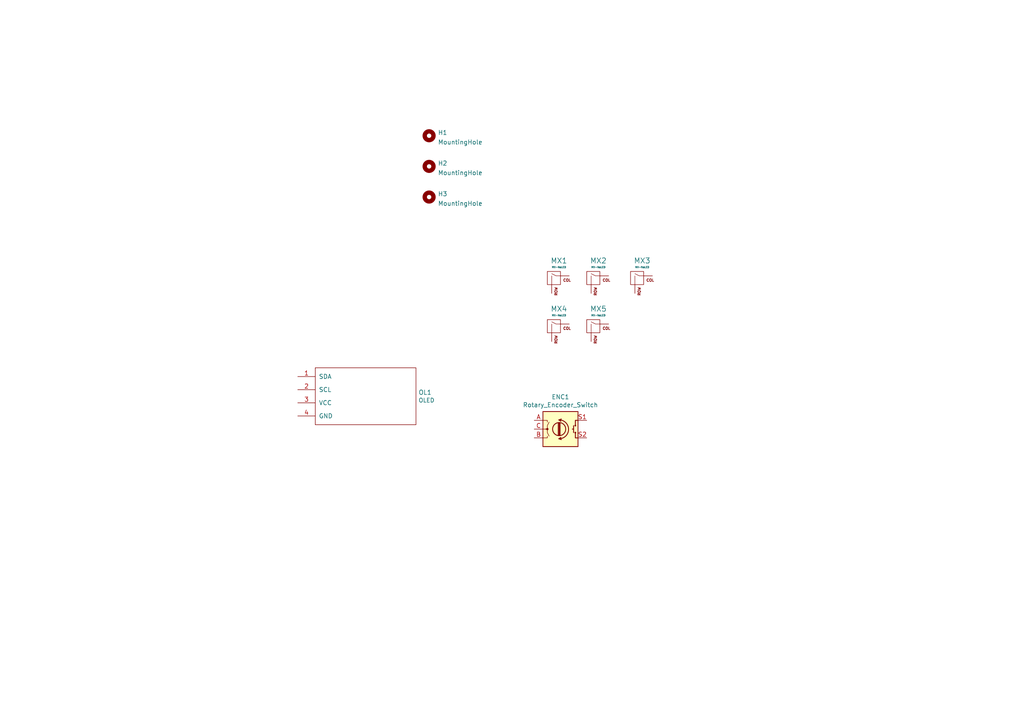
<source format=kicad_sch>
(kicad_sch (version 20210621) (generator eeschema)
  (paper "A4")
  (lib_symbols
    (symbol "Device:Rotary_Encoder_Switch" (pin_names (offset 0.254) hide)
      (property "Reference" "SW" (at 0 6.604 0))
      (property "Value" "Rotary_Encoder_Switch" (at 0 -6.604 0))
      (symbol "Rotary_Encoder_Switch_0_1"
        (arc (start -0.381 -2.794) (end -0.381 2.667) (radius (at -0.381 -0.0508) (length 2.7432) (angles -89.9 89.9)) (stroke (width 0.254)))
        (circle (center -0.381 0) (radius 1.905) (stroke (width 0.254)))
        (circle (center 4.318 -1.016) (radius 0.127) (stroke (width 0.254)))
        (circle (center 4.318 1.016) (radius 0.127) (stroke (width 0.254)))
        (circle (center -3.81 0) (radius 0.254) (fill (type outline)))
        (rectangle (start -5.08 5.08) (end 5.08 -5.08) (stroke (width 0.254)) (fill (type background)))
        (polyline (pts (xy -0.635 -1.778) (xy -0.635 1.778)) (stroke (width 0.254)))
        (polyline (pts (xy -0.381 -1.778) (xy -0.381 1.778)) (stroke (width 0.254)))
        (polyline (pts (xy -0.127 1.778) (xy -0.127 -1.778)) (stroke (width 0.254)))
        (polyline (pts (xy 3.81 0) (xy 3.429 0)) (stroke (width 0.254)))
        (polyline (pts (xy 3.81 1.016) (xy 3.81 -1.016)) (stroke (width 0.254)))
        (polyline (pts (xy -5.08 -2.54) (xy -3.81 -2.54) (xy -3.81 -2.032)))
        (polyline (pts (xy -5.08 2.54) (xy -3.81 2.54) (xy -3.81 2.032)))
        (polyline (pts (xy 0.254 -3.048) (xy -0.508 -2.794) (xy 0.127 -2.413)) (stroke (width 0.254)))
        (polyline (pts (xy 0.254 2.921) (xy -0.508 2.667) (xy 0.127 2.286)) (stroke (width 0.254)))
        (polyline (pts (xy 5.08 -2.54) (xy 4.318 -2.54) (xy 4.318 -1.016)) (stroke (width 0.254)))
        (polyline (pts (xy 5.08 2.54) (xy 4.318 2.54) (xy 4.318 1.016)) (stroke (width 0.254)))
        (polyline (pts (xy -5.08 0) (xy -3.81 0) (xy -3.81 -1.016) (xy -3.302 -2.032)))
        (polyline (pts (xy -4.318 0) (xy -3.81 0) (xy -3.81 1.016) (xy -3.302 2.032)))
      )
      (symbol "Rotary_Encoder_Switch_1_1"
        (pin passive line (at -7.62 2.54 0) (length 2.54) (name "A") (number "A"))
        (pin passive line (at -7.62 -2.54 0) (length 2.54) (name "B") (number "B"))
        (pin passive line (at -7.62 0 0) (length 2.54) (name "C") (number "C"))
        (pin passive line (at 7.62 2.54 180) (length 2.54) (name "S1") (number "S1"))
        (pin passive line (at 7.62 -2.54 180) (length 2.54) (name "S2") (number "S2"))
      )
    )
    (symbol "MX_Alps_Hybrid:MX-NoLED" (pin_names (offset 1.016))
      (property "Reference" "MX" (at -0.635 3.81 0))
      (property "Value" "MX-NoLED" (at -0.635 1.27 0))
      (symbol "MX-NoLED_0_0"
        (text "COL" (at 3.175 0 0) (effects (font (size 0.762 0.762))))
        (text "ROW" (at 0 -1.905 900) (effects (font (size 0.762 0.762)) (justify right)))
        (rectangle (start -2.54 2.54) (end 1.27 -1.27))
        (polyline (pts (xy -1.27 -1.27) (xy -1.27 1.27)) (stroke (width 0.127)))
        (polyline (pts (xy 1.27 1.27) (xy 0 1.27) (xy -1.27 1.905)) (stroke (width 0.127)))
      )
      (symbol "MX-NoLED_1_1"
        (pin passive line (at 3.81 1.27 180) (length 2.54) (name "COL") (number "1"))
        (pin passive line (at -1.27 -3.81 90) (length 2.54) (name "ROW") (number "2"))
      )
    )
    (symbol "Mechanical:MountingHole" (pin_names (offset 1.016))
      (property "Reference" "H" (at 0 5.08 0))
      (property "Value" "MountingHole" (at 0 3.175 0))
      (symbol "MountingHole_0_1"
        (circle (center 0 0) (radius 1.27) (stroke (width 1.27)))
      )
    )
    (symbol "kbd:OLED" (pin_names (offset 1.016))
      (property "Reference" "OL" (at 0 2.54 0))
      (property "Value" "OLED" (at 0 -1.27 0))
      (symbol "OLED_0_1"
        (rectangle (start -13.97 8.89) (end 15.24 -7.62))
      )
      (symbol "OLED_1_1"
        (pin bidirectional line (at -19.05 6.35 0) (length 5.08) (name "SDA") (number "1"))
        (pin bidirectional line (at -19.05 2.54 0) (length 5.08) (name "SCL") (number "2"))
        (pin power_in line (at -19.05 -1.27 0) (length 5.08) (name "VCC") (number "3"))
        (pin power_in line (at -19.05 -5.08 0) (length 5.08) (name "GND") (number "4"))
      )
    )
  )
  (symbol (lib_id "Mechanical:MountingHole") (at 124.46 39.37 0) (unit 1)
    (property "Reference" "H1" (at 127.0001 38.4615 0) (effects (justify left)))
    (property "Value" "MountingHole" (at 127.0001 41.2366 0) (effects (justify left)))
    (property "Footprint" "Envoy:MountingHole_Reinforced_2.5mm" (effects hide))
  )
  (symbol (lib_id "Mechanical:MountingHole") (at 124.46 48.26 0) (unit 1)
    (property "Reference" "H2" (at 127.0001 47.3515 0) (effects (justify left)))
    (property "Value" "MountingHole" (at 127.0001 50.1266 0) (effects (justify left)))
    (property "Footprint" "Envoy:MountingHole_Reinforced_2.5mm" (effects hide))
  )
  (symbol (lib_id "Mechanical:MountingHole") (at 124.46 57.15 0) (unit 1)
    (property "Reference" "H3" (at 127.0001 56.2415 0) (effects (justify left)))
    (property "Value" "MountingHole" (at 127.0001 59.0166 0) (effects (justify left)))
    (property "Footprint" "Envoy:MountingHole_Reinforced_2.5mm" (effects hide))
  )
  (symbol (lib_id "MX_Alps_Hybrid:MX-NoLED") (at 161.29 81.28 0) (unit 1)
    (property "Reference" "MX1" (at 162.1282 75.6158 0) (effects (font (size 1.524 1.524))))
    (property "Value" "MX-NoLED" (at 162.1282 77.4954 0) (effects (font (size 0.508 0.508))))
    (property "Footprint" "Envoy:MX_Switch_Cutout_Square" (effects hide))
  )
  (symbol (lib_id "MX_Alps_Hybrid:MX-NoLED") (at 161.29 95.25 0) (unit 1)
    (property "Reference" "MX4" (at 162.1282 89.5858 0) (effects (font (size 1.524 1.524))))
    (property "Value" "MX-NoLED" (at 162.1282 91.4654 0) (effects (font (size 0.508 0.508))))
    (property "Footprint" "Envoy:MX_Switch_Cutout_Square" (effects hide))
  )
  (symbol (lib_id "MX_Alps_Hybrid:MX-NoLED") (at 172.72 81.28 0) (unit 1)
    (property "Reference" "MX2" (at 173.5582 75.6158 0) (effects (font (size 1.524 1.524))))
    (property "Value" "MX-NoLED" (at 173.5582 77.4954 0) (effects (font (size 0.508 0.508))))
    (property "Footprint" "Envoy:MX_Switch_Cutout_Square" (effects hide))
  )
  (symbol (lib_id "MX_Alps_Hybrid:MX-NoLED") (at 172.72 95.25 0) (unit 1)
    (property "Reference" "MX5" (at 173.5582 89.5858 0) (effects (font (size 1.524 1.524))))
    (property "Value" "MX-NoLED" (at 173.5582 91.4654 0) (effects (font (size 0.508 0.508))))
    (property "Footprint" "Envoy:MX_Switch_Cutout_Square" (effects hide))
  )
  (symbol (lib_id "MX_Alps_Hybrid:MX-NoLED") (at 185.42 81.28 0) (unit 1)
    (property "Reference" "MX3" (at 186.2582 75.6158 0) (effects (font (size 1.524 1.524))))
    (property "Value" "MX-NoLED" (at 186.2582 77.4954 0) (effects (font (size 0.508 0.508))))
    (property "Footprint" "Envoy:MX_Switch_Cutout_Square" (effects hide))
  )
  (symbol (lib_id "Device:Rotary_Encoder_Switch") (at 162.56 124.46 0) (unit 1)
    (property "Reference" "ENC1" (at 162.56 115.1382 0))
    (property "Value" "Rotary_Encoder_Switch" (at 162.56 117.4496 0))
    (property "Footprint" "Envoy:RotaryEncoder_Cutout" (effects hide))
  )
  (symbol (lib_id "kbd:OLED") (at 105.41 115.57 0) (unit 1)
    (property "Reference" "OL1" (at 121.3612 113.8174 0) (effects (font (size 1.2954 1.2954)) (justify left)))
    (property "Value" "OLED" (at 121.3612 116.1034 0) (effects (font (size 1.1938 1.1938)) (justify left)))
    (property "Footprint" "Envoy:OLED_0.91_cutout" (effects hide))
  )
)
</source>
